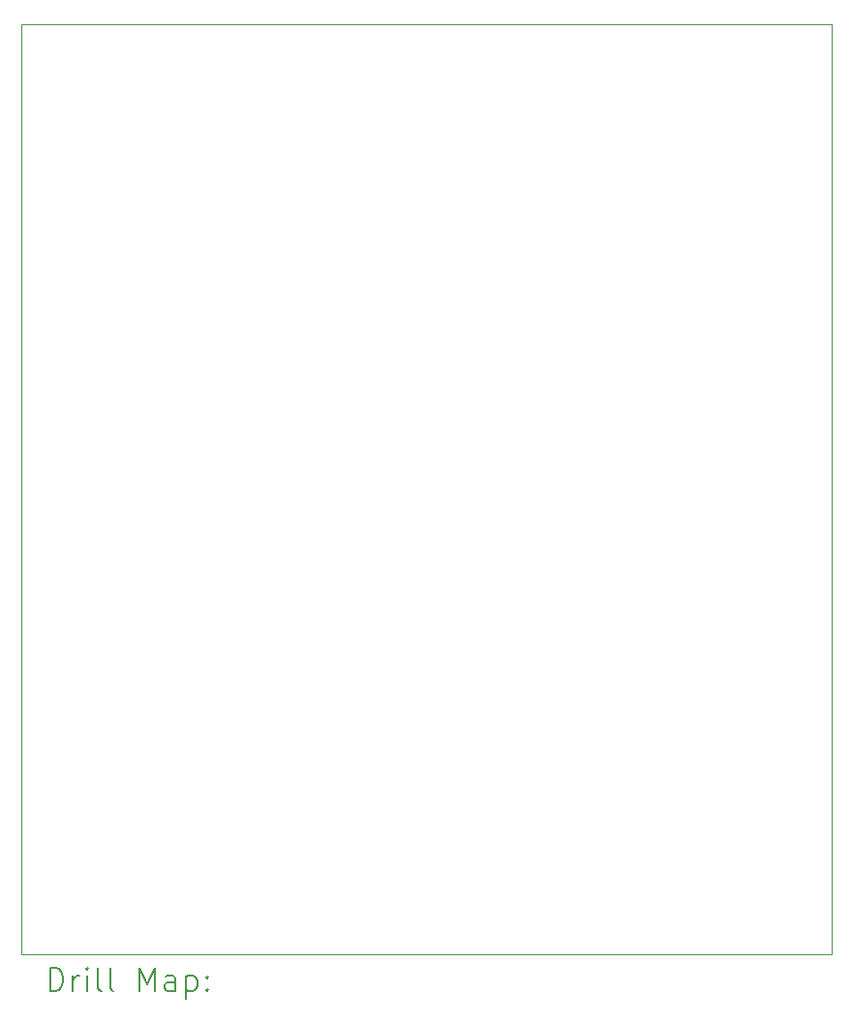
<source format=gbr>
%TF.GenerationSoftware,KiCad,Pcbnew,8.0.2*%
%TF.CreationDate,2024-05-01T23:32:07+01:00*%
%TF.ProjectId,PIC_QuickDevBoard,5049435f-5175-4696-936b-446576426f61,2.2*%
%TF.SameCoordinates,Original*%
%TF.FileFunction,Drillmap*%
%TF.FilePolarity,Positive*%
%FSLAX45Y45*%
G04 Gerber Fmt 4.5, Leading zero omitted, Abs format (unit mm)*
G04 Created by KiCad (PCBNEW 8.0.2) date 2024-05-01 23:32:07*
%MOMM*%
%LPD*%
G01*
G04 APERTURE LIST*
%ADD10C,0.100000*%
%ADD11C,0.200000*%
G04 APERTURE END LIST*
D10*
X6299200Y-3302000D02*
X13385800Y-3302000D01*
X13385800Y-11430000D01*
X6299200Y-11430000D01*
X6299200Y-3302000D01*
D11*
X6554977Y-11746484D02*
X6554977Y-11546484D01*
X6554977Y-11546484D02*
X6602596Y-11546484D01*
X6602596Y-11546484D02*
X6631167Y-11556008D01*
X6631167Y-11556008D02*
X6650215Y-11575055D01*
X6650215Y-11575055D02*
X6659739Y-11594103D01*
X6659739Y-11594103D02*
X6669262Y-11632198D01*
X6669262Y-11632198D02*
X6669262Y-11660769D01*
X6669262Y-11660769D02*
X6659739Y-11698865D01*
X6659739Y-11698865D02*
X6650215Y-11717912D01*
X6650215Y-11717912D02*
X6631167Y-11736960D01*
X6631167Y-11736960D02*
X6602596Y-11746484D01*
X6602596Y-11746484D02*
X6554977Y-11746484D01*
X6754977Y-11746484D02*
X6754977Y-11613150D01*
X6754977Y-11651246D02*
X6764501Y-11632198D01*
X6764501Y-11632198D02*
X6774024Y-11622674D01*
X6774024Y-11622674D02*
X6793072Y-11613150D01*
X6793072Y-11613150D02*
X6812120Y-11613150D01*
X6878786Y-11746484D02*
X6878786Y-11613150D01*
X6878786Y-11546484D02*
X6869262Y-11556008D01*
X6869262Y-11556008D02*
X6878786Y-11565531D01*
X6878786Y-11565531D02*
X6888310Y-11556008D01*
X6888310Y-11556008D02*
X6878786Y-11546484D01*
X6878786Y-11546484D02*
X6878786Y-11565531D01*
X7002596Y-11746484D02*
X6983548Y-11736960D01*
X6983548Y-11736960D02*
X6974024Y-11717912D01*
X6974024Y-11717912D02*
X6974024Y-11546484D01*
X7107358Y-11746484D02*
X7088310Y-11736960D01*
X7088310Y-11736960D02*
X7078786Y-11717912D01*
X7078786Y-11717912D02*
X7078786Y-11546484D01*
X7335929Y-11746484D02*
X7335929Y-11546484D01*
X7335929Y-11546484D02*
X7402596Y-11689341D01*
X7402596Y-11689341D02*
X7469262Y-11546484D01*
X7469262Y-11546484D02*
X7469262Y-11746484D01*
X7650215Y-11746484D02*
X7650215Y-11641722D01*
X7650215Y-11641722D02*
X7640691Y-11622674D01*
X7640691Y-11622674D02*
X7621643Y-11613150D01*
X7621643Y-11613150D02*
X7583548Y-11613150D01*
X7583548Y-11613150D02*
X7564501Y-11622674D01*
X7650215Y-11736960D02*
X7631167Y-11746484D01*
X7631167Y-11746484D02*
X7583548Y-11746484D01*
X7583548Y-11746484D02*
X7564501Y-11736960D01*
X7564501Y-11736960D02*
X7554977Y-11717912D01*
X7554977Y-11717912D02*
X7554977Y-11698865D01*
X7554977Y-11698865D02*
X7564501Y-11679817D01*
X7564501Y-11679817D02*
X7583548Y-11670293D01*
X7583548Y-11670293D02*
X7631167Y-11670293D01*
X7631167Y-11670293D02*
X7650215Y-11660769D01*
X7745453Y-11613150D02*
X7745453Y-11813150D01*
X7745453Y-11622674D02*
X7764501Y-11613150D01*
X7764501Y-11613150D02*
X7802596Y-11613150D01*
X7802596Y-11613150D02*
X7821643Y-11622674D01*
X7821643Y-11622674D02*
X7831167Y-11632198D01*
X7831167Y-11632198D02*
X7840691Y-11651246D01*
X7840691Y-11651246D02*
X7840691Y-11708388D01*
X7840691Y-11708388D02*
X7831167Y-11727436D01*
X7831167Y-11727436D02*
X7821643Y-11736960D01*
X7821643Y-11736960D02*
X7802596Y-11746484D01*
X7802596Y-11746484D02*
X7764501Y-11746484D01*
X7764501Y-11746484D02*
X7745453Y-11736960D01*
X7926405Y-11727436D02*
X7935929Y-11736960D01*
X7935929Y-11736960D02*
X7926405Y-11746484D01*
X7926405Y-11746484D02*
X7916882Y-11736960D01*
X7916882Y-11736960D02*
X7926405Y-11727436D01*
X7926405Y-11727436D02*
X7926405Y-11746484D01*
X7926405Y-11622674D02*
X7935929Y-11632198D01*
X7935929Y-11632198D02*
X7926405Y-11641722D01*
X7926405Y-11641722D02*
X7916882Y-11632198D01*
X7916882Y-11632198D02*
X7926405Y-11622674D01*
X7926405Y-11622674D02*
X7926405Y-11641722D01*
M02*

</source>
